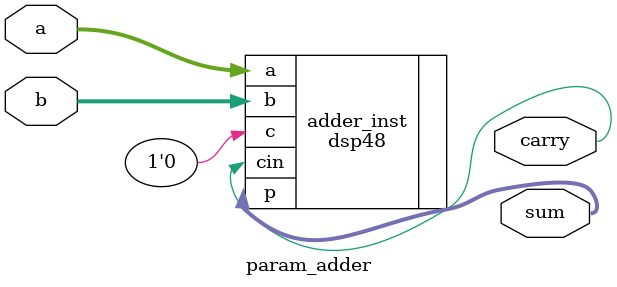
<source format=v>
module param_adder #(parameter WIDTH=8) (
    input [WIDTH-1:0] a, b,
    output [WIDTH-1:0] sum,
    output carry
);

  dsp48  adder_inst (
    .a(a),
    .b(b),
    .c(1'b0),
    .p(sum),
    .cin(carry)
  );

endmodule
</source>
